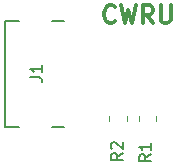
<source format=gto>
G04 #@! TF.GenerationSoftware,KiCad,Pcbnew,(6.0.0)*
G04 #@! TF.CreationDate,2023-03-26T21:44:28-04:00*
G04 #@! TF.ProjectId,stroboscope_usb_c_0v1,7374726f-626f-4736-936f-70655f757362,rev?*
G04 #@! TF.SameCoordinates,Original*
G04 #@! TF.FileFunction,Legend,Top*
G04 #@! TF.FilePolarity,Positive*
%FSLAX46Y46*%
G04 Gerber Fmt 4.6, Leading zero omitted, Abs format (unit mm)*
G04 Created by KiCad (PCBNEW (6.0.0)) date 2023-03-26 21:44:28*
%MOMM*%
%LPD*%
G01*
G04 APERTURE LIST*
%ADD10C,0.300000*%
%ADD11C,0.150000*%
%ADD12C,0.120000*%
%ADD13C,0.127000*%
G04 APERTURE END LIST*
D10*
X124512628Y-89130914D02*
X124441200Y-89202342D01*
X124226914Y-89273771D01*
X124084057Y-89273771D01*
X123869771Y-89202342D01*
X123726914Y-89059485D01*
X123655485Y-88916628D01*
X123584057Y-88630914D01*
X123584057Y-88416628D01*
X123655485Y-88130914D01*
X123726914Y-87988057D01*
X123869771Y-87845200D01*
X124084057Y-87773771D01*
X124226914Y-87773771D01*
X124441200Y-87845200D01*
X124512628Y-87916628D01*
X125012628Y-87773771D02*
X125369771Y-89273771D01*
X125655485Y-88202342D01*
X125941200Y-89273771D01*
X126298342Y-87773771D01*
X127726914Y-89273771D02*
X127226914Y-88559485D01*
X126869771Y-89273771D02*
X126869771Y-87773771D01*
X127441200Y-87773771D01*
X127584057Y-87845200D01*
X127655485Y-87916628D01*
X127726914Y-88059485D01*
X127726914Y-88273771D01*
X127655485Y-88416628D01*
X127584057Y-88488057D01*
X127441200Y-88559485D01*
X126869771Y-88559485D01*
X128369771Y-87773771D02*
X128369771Y-88988057D01*
X128441200Y-89130914D01*
X128512628Y-89202342D01*
X128655485Y-89273771D01*
X128941200Y-89273771D01*
X129084057Y-89202342D01*
X129155485Y-89130914D01*
X129226914Y-88988057D01*
X129226914Y-87773771D01*
D11*
X125166380Y-100293466D02*
X124690190Y-100626800D01*
X125166380Y-100864895D02*
X124166380Y-100864895D01*
X124166380Y-100483942D01*
X124214000Y-100388704D01*
X124261619Y-100341085D01*
X124356857Y-100293466D01*
X124499714Y-100293466D01*
X124594952Y-100341085D01*
X124642571Y-100388704D01*
X124690190Y-100483942D01*
X124690190Y-100864895D01*
X124261619Y-99912514D02*
X124214000Y-99864895D01*
X124166380Y-99769657D01*
X124166380Y-99531561D01*
X124214000Y-99436323D01*
X124261619Y-99388704D01*
X124356857Y-99341085D01*
X124452095Y-99341085D01*
X124594952Y-99388704D01*
X125166380Y-99960133D01*
X125166380Y-99341085D01*
X127553980Y-100395066D02*
X127077790Y-100728400D01*
X127553980Y-100966495D02*
X126553980Y-100966495D01*
X126553980Y-100585542D01*
X126601600Y-100490304D01*
X126649219Y-100442685D01*
X126744457Y-100395066D01*
X126887314Y-100395066D01*
X126982552Y-100442685D01*
X127030171Y-100490304D01*
X127077790Y-100585542D01*
X127077790Y-100966495D01*
X127553980Y-99442685D02*
X127553980Y-100014114D01*
X127553980Y-99728400D02*
X126553980Y-99728400D01*
X126696838Y-99823638D01*
X126792076Y-99918876D01*
X126839695Y-100014114D01*
X117342380Y-93853333D02*
X118056666Y-93853333D01*
X118199523Y-93900952D01*
X118294761Y-93996190D01*
X118342380Y-94139047D01*
X118342380Y-94234285D01*
X118342380Y-92853333D02*
X118342380Y-93424761D01*
X118342380Y-93139047D02*
X117342380Y-93139047D01*
X117485238Y-93234285D01*
X117580476Y-93329523D01*
X117628095Y-93424761D01*
D12*
X124029800Y-97559864D02*
X124029800Y-97105736D01*
X125499800Y-97559864D02*
X125499800Y-97105736D01*
X127989000Y-97559864D02*
X127989000Y-97105736D01*
X126519000Y-97559864D02*
X126519000Y-97105736D01*
D13*
X119220000Y-89130000D02*
X120180000Y-89130000D01*
X115200000Y-98070000D02*
X116380000Y-98070000D01*
X115200000Y-89130000D02*
X116380000Y-89130000D01*
X119220000Y-98070000D02*
X120180000Y-98070000D01*
X115200000Y-98070000D02*
X115200000Y-89130000D01*
M02*

</source>
